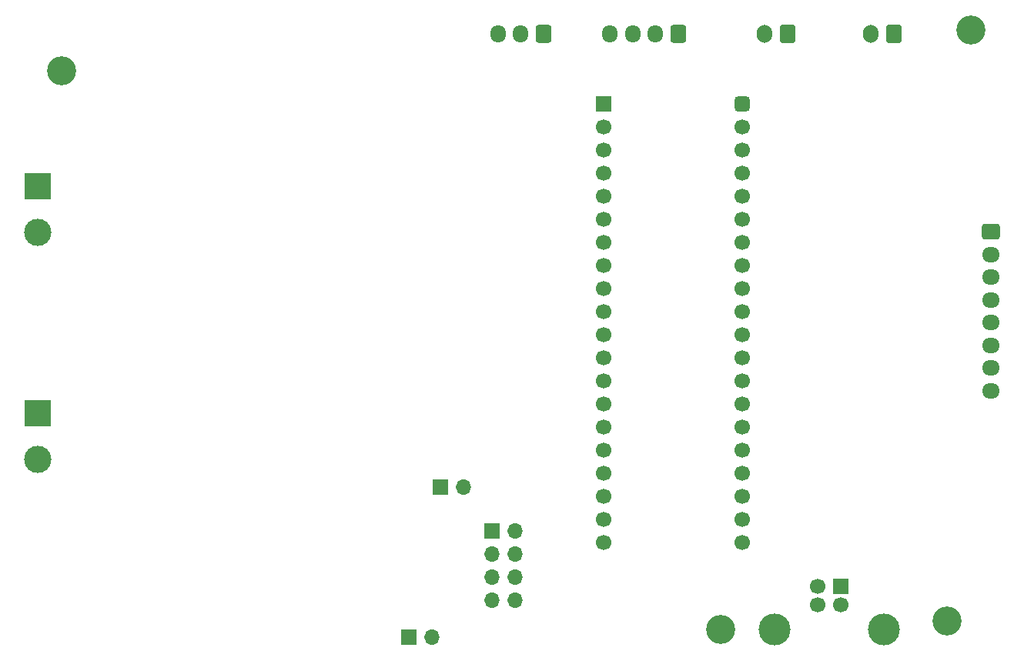
<source format=gbr>
%TF.GenerationSoftware,KiCad,Pcbnew,(7.0.0)*%
%TF.CreationDate,2023-04-03T14:28:30+07:00*%
%TF.ProjectId,3_phase_firing,335f7068-6173-4655-9f66-6972696e672e,rev?*%
%TF.SameCoordinates,Original*%
%TF.FileFunction,Soldermask,Bot*%
%TF.FilePolarity,Negative*%
%FSLAX46Y46*%
G04 Gerber Fmt 4.6, Leading zero omitted, Abs format (unit mm)*
G04 Created by KiCad (PCBNEW (7.0.0)) date 2023-04-03 14:28:30*
%MOMM*%
%LPD*%
G01*
G04 APERTURE LIST*
G04 Aperture macros list*
%AMRoundRect*
0 Rectangle with rounded corners*
0 $1 Rounding radius*
0 $2 $3 $4 $5 $6 $7 $8 $9 X,Y pos of 4 corners*
0 Add a 4 corners polygon primitive as box body*
4,1,4,$2,$3,$4,$5,$6,$7,$8,$9,$2,$3,0*
0 Add four circle primitives for the rounded corners*
1,1,$1+$1,$2,$3*
1,1,$1+$1,$4,$5*
1,1,$1+$1,$6,$7*
1,1,$1+$1,$8,$9*
0 Add four rect primitives between the rounded corners*
20,1,$1+$1,$2,$3,$4,$5,0*
20,1,$1+$1,$4,$5,$6,$7,0*
20,1,$1+$1,$6,$7,$8,$9,0*
20,1,$1+$1,$8,$9,$2,$3,0*%
G04 Aperture macros list end*
%ADD10O,1.700000X1.700000*%
%ADD11R,1.700000X1.700000*%
%ADD12C,1.700000*%
%ADD13C,3.500000*%
%ADD14C,3.200000*%
%ADD15RoundRect,0.425000X-0.425000X-0.425000X0.425000X-0.425000X0.425000X0.425000X-0.425000X0.425000X0*%
%ADD16RoundRect,0.250000X0.600000X0.725000X-0.600000X0.725000X-0.600000X-0.725000X0.600000X-0.725000X0*%
%ADD17O,1.700000X1.950000*%
%ADD18RoundRect,0.250000X0.600000X0.750000X-0.600000X0.750000X-0.600000X-0.750000X0.600000X-0.750000X0*%
%ADD19O,1.700000X2.000000*%
%ADD20R,3.000000X3.000000*%
%ADD21C,3.000000*%
%ADD22RoundRect,0.250000X-0.725000X0.600000X-0.725000X-0.600000X0.725000X-0.600000X0.725000X0.600000X0*%
%ADD23O,1.950000X1.700000*%
G04 APERTURE END LIST*
D10*
%TO.C,JP2*%
X124252999Y-100600999D03*
D11*
X121712999Y-100600999D03*
%TD*%
%TO.C,J4*%
X165734999Y-111532499D03*
D12*
X163235000Y-111532500D03*
X163235000Y-113532500D03*
X165735000Y-113532500D03*
D13*
X170505000Y-116242500D03*
X158465000Y-116242500D03*
%TD*%
D14*
%TO.C,REF\u002A\u002A*%
X177466000Y-115285000D03*
X177466000Y-115285000D03*
%TD*%
%TO.C,REF\u002A\u002A*%
X80080000Y-54785000D03*
X80080000Y-54785000D03*
%TD*%
%TO.C,REF\u002A\u002A*%
X152574000Y-116242500D03*
X152574000Y-116242500D03*
%TD*%
%TO.C,REF\u002A\u002A*%
X180080000Y-50285000D03*
X180080000Y-50285000D03*
%TD*%
D11*
%TO.C,U6*%
X139699999Y-58419999D03*
D12*
X139700000Y-60960000D03*
X139700000Y-63500000D03*
X139700000Y-66040000D03*
X139700000Y-68580000D03*
X139700000Y-71120000D03*
X139700000Y-73660000D03*
X139700000Y-76200000D03*
X139700000Y-78740000D03*
X139700000Y-81280000D03*
X139700000Y-83820000D03*
X139700000Y-86360000D03*
X139700000Y-88900000D03*
X139700000Y-91440000D03*
X139700000Y-93980000D03*
X139700000Y-96520000D03*
X139700000Y-99060000D03*
X139700000Y-101600000D03*
X139700000Y-104140000D03*
X139700000Y-106680000D03*
X154940000Y-106680000D03*
X154940000Y-104140000D03*
X154940000Y-101600000D03*
X154940000Y-99060000D03*
X154940000Y-96520000D03*
X154940000Y-93980000D03*
X154940000Y-91440000D03*
X154940000Y-88900000D03*
X154940000Y-86360000D03*
X154940000Y-83820000D03*
X154940000Y-81280000D03*
X154940000Y-78740000D03*
X154940000Y-76200000D03*
X154940000Y-73660000D03*
X154940000Y-71120000D03*
X154940000Y-68580000D03*
X154940000Y-66040000D03*
X154940000Y-63500000D03*
X154940000Y-60960000D03*
D15*
X154940000Y-58420000D03*
%TD*%
D16*
%TO.C,J9*%
X147882000Y-50690000D03*
D17*
X145381999Y-50689999D03*
X142881999Y-50689999D03*
X140381999Y-50689999D03*
%TD*%
D10*
%TO.C,JP1*%
X120818999Y-117110999D03*
D11*
X118278999Y-117110999D03*
%TD*%
D18*
%TO.C,J8*%
X159913332Y-50690000D03*
D19*
X157413331Y-50689999D03*
%TD*%
D20*
%TO.C,J1*%
X77499999Y-67499999D03*
D21*
X77500000Y-72580000D03*
%TD*%
D18*
%TO.C,J6*%
X171604000Y-50690000D03*
D19*
X169103999Y-50689999D03*
%TD*%
D16*
%TO.C,J7*%
X133080000Y-50690000D03*
D17*
X130579999Y-50689999D03*
X128079999Y-50689999D03*
%TD*%
D11*
%TO.C,J5*%
X127427999Y-105426999D03*
D10*
X129967999Y-105426999D03*
X127427999Y-107966999D03*
X129967999Y-107966999D03*
X127427999Y-110506999D03*
X129967999Y-110506999D03*
X127427999Y-113046999D03*
X129967999Y-113046999D03*
%TD*%
D22*
%TO.C,J10*%
X182292000Y-72492500D03*
D23*
X182291999Y-74992499D03*
X182291999Y-77492499D03*
X182291999Y-79992499D03*
X182291999Y-82492499D03*
X182291999Y-84992499D03*
X182291999Y-87492499D03*
X182291999Y-89992499D03*
%TD*%
D20*
%TO.C,J2*%
X77499999Y-92499999D03*
D21*
X77500000Y-97580000D03*
%TD*%
M02*

</source>
